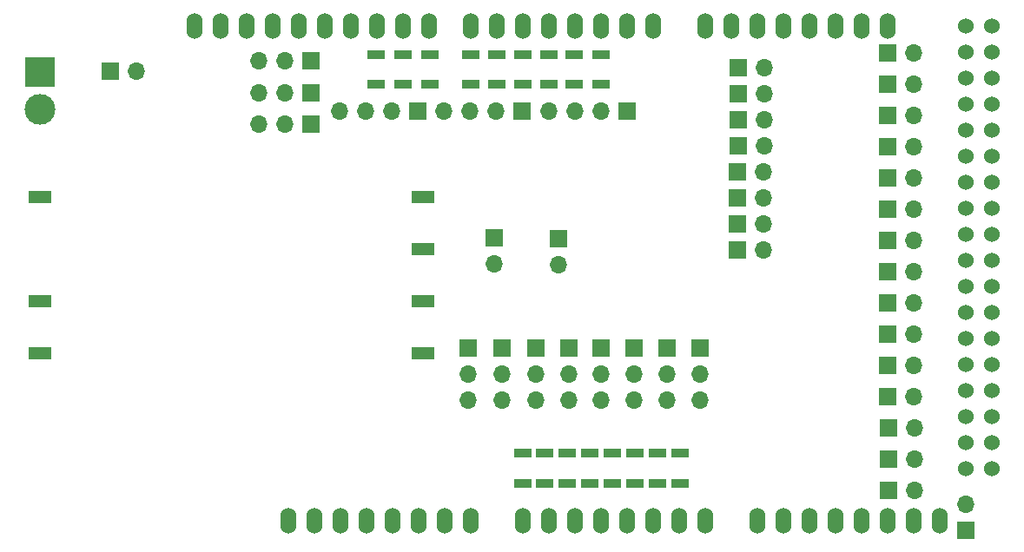
<source format=gbr>
G04 #@! TF.GenerationSoftware,KiCad,Pcbnew,(5.1.0-0)*
G04 #@! TF.CreationDate,2019-04-24T12:09:54-04:00*
G04 #@! TF.ProjectId,TR19-COMP-PD_rev2,54523139-2d43-44f4-9d50-2d50445f7265,rev?*
G04 #@! TF.SameCoordinates,Original*
G04 #@! TF.FileFunction,Soldermask,Top*
G04 #@! TF.FilePolarity,Negative*
%FSLAX46Y46*%
G04 Gerber Fmt 4.6, Leading zero omitted, Abs format (unit mm)*
G04 Created by KiCad (PCBNEW (5.1.0-0)) date 2019-04-24 12:09:54*
%MOMM*%
%LPD*%
G04 APERTURE LIST*
%ADD10R,2.200000X1.200000*%
%ADD11O,1.524000X2.540000*%
%ADD12C,1.524000*%
%ADD13O,1.700000X1.700000*%
%ADD14R,1.700000X1.700000*%
%ADD15C,3.000000*%
%ADD16R,3.000000X3.000000*%
%ADD17R,1.700000X0.900000*%
G04 APERTURE END LIST*
D10*
X127472000Y-92340000D03*
X127472000Y-97420000D03*
X127472000Y-102500000D03*
X127472000Y-87260000D03*
X90134000Y-102500000D03*
X90134000Y-97420000D03*
X90134000Y-87260000D03*
D11*
X155030000Y-70632001D03*
X157570000Y-70632001D03*
X160110000Y-70632001D03*
X162650000Y-70632001D03*
X165190000Y-70632001D03*
X167730000Y-70632001D03*
X170270000Y-70632001D03*
X172810000Y-70632001D03*
X177890000Y-118892001D03*
X175350000Y-118892001D03*
X172810000Y-118892001D03*
X170270000Y-118892001D03*
X160110000Y-118892001D03*
X155030000Y-118892001D03*
X152490000Y-118892001D03*
X162650000Y-118892001D03*
X165190000Y-118892001D03*
X167730000Y-118892001D03*
X149950000Y-118892001D03*
X147410000Y-118892001D03*
X144870000Y-118892001D03*
X137250000Y-118892001D03*
X139790000Y-118892001D03*
X142330000Y-118892001D03*
X132170000Y-118892001D03*
X129630000Y-118892001D03*
X127090000Y-118892001D03*
X122010000Y-118892001D03*
X119470000Y-118892001D03*
X149950000Y-70632001D03*
X147410000Y-70632001D03*
X144870000Y-70632001D03*
X142330000Y-70632001D03*
X139790000Y-70632001D03*
X137250000Y-70632001D03*
X134710000Y-70632001D03*
X132170000Y-70632001D03*
X128106000Y-70632001D03*
X125566000Y-70632001D03*
X123026000Y-70632001D03*
X120486000Y-70632001D03*
X117946000Y-70632001D03*
X115406000Y-70632001D03*
X112866000Y-70632001D03*
X110326000Y-70632001D03*
X124550000Y-118892001D03*
D12*
X180430000Y-73172001D03*
X182970000Y-73172001D03*
X180430000Y-75712001D03*
X182970000Y-75712001D03*
X180430000Y-78252001D03*
X182970000Y-78252001D03*
X180430000Y-80792001D03*
X182970000Y-80792001D03*
X180430000Y-70632001D03*
X182970000Y-70632001D03*
X182970000Y-83332001D03*
X180430000Y-83332001D03*
X180430000Y-85872001D03*
X182970000Y-85872001D03*
X180430000Y-88412001D03*
X182970000Y-88412001D03*
X180430000Y-90952001D03*
X182970000Y-90952001D03*
X180430000Y-93492001D03*
X182970000Y-93492001D03*
X180430000Y-96032001D03*
X182970000Y-96032001D03*
X180430000Y-98572001D03*
X182970000Y-98572001D03*
X180430000Y-101112001D03*
X182970000Y-101112001D03*
X180430000Y-103652001D03*
X182970000Y-103652001D03*
X180430000Y-106192001D03*
X182970000Y-106192001D03*
X180430000Y-108732001D03*
X182970000Y-108732001D03*
X180430000Y-111272001D03*
X182970000Y-111272001D03*
X180430000Y-113812001D03*
X182970000Y-113812001D03*
D11*
X116930000Y-118892001D03*
X114390000Y-118892001D03*
X107786000Y-70632001D03*
X105246000Y-70632001D03*
X172810000Y-70632001D03*
D13*
X99590000Y-75000000D03*
D14*
X97050000Y-75000000D03*
D13*
X134450000Y-93850000D03*
D14*
X134450000Y-91310000D03*
D13*
X140750000Y-93890000D03*
D14*
X140750000Y-91350000D03*
D13*
X111500000Y-80200000D03*
X114040000Y-80200000D03*
D14*
X116580000Y-80200000D03*
X116580000Y-77100000D03*
D13*
X114040000Y-77100000D03*
X111500000Y-77100000D03*
X111520000Y-74000000D03*
X114060000Y-74000000D03*
D14*
X116600000Y-74000000D03*
D15*
X90150000Y-78740000D03*
D16*
X90150000Y-75100000D03*
D13*
X139750000Y-78900000D03*
X142290000Y-78900000D03*
X144830000Y-78900000D03*
D14*
X147370000Y-78900000D03*
X137180000Y-78900000D03*
D13*
X134640000Y-78900000D03*
X132100000Y-78900000D03*
X129560000Y-78900000D03*
X119360000Y-78900000D03*
X121900000Y-78900000D03*
X124440000Y-78900000D03*
D14*
X126980000Y-78900000D03*
D13*
X131900000Y-107100000D03*
X131900000Y-104560000D03*
D14*
X131900000Y-102020000D03*
X135200000Y-102020000D03*
D13*
X135200000Y-104560000D03*
X135200000Y-107100000D03*
X138500000Y-107100000D03*
X138500000Y-104560000D03*
D14*
X138500000Y-102020000D03*
X141700000Y-102020000D03*
D13*
X141700000Y-104560000D03*
X141700000Y-107100000D03*
X175340000Y-73200000D03*
D14*
X172800000Y-73200000D03*
D13*
X175340000Y-76250000D03*
D14*
X172800000Y-76250000D03*
D13*
X175340000Y-79300000D03*
D14*
X172800000Y-79300000D03*
X172800000Y-82350000D03*
D13*
X175340000Y-82350000D03*
D14*
X172800000Y-85400000D03*
D13*
X175340000Y-85400000D03*
X175340000Y-88450000D03*
D14*
X172800000Y-88450000D03*
D13*
X175350000Y-91500000D03*
D14*
X172810000Y-91500000D03*
D13*
X175350000Y-94550000D03*
D14*
X172810000Y-94550000D03*
D13*
X175350000Y-97600000D03*
D14*
X172810000Y-97600000D03*
D13*
X144900000Y-107100000D03*
X144900000Y-104560000D03*
D14*
X144900000Y-102020000D03*
X148100000Y-102000000D03*
D13*
X148100000Y-104540000D03*
X148100000Y-107080000D03*
X151300000Y-107080000D03*
X151300000Y-104540000D03*
D14*
X151300000Y-102000000D03*
X154500000Y-102020000D03*
D13*
X154500000Y-104560000D03*
X154500000Y-107100000D03*
X175350000Y-100650000D03*
D14*
X172810000Y-100650000D03*
X172810000Y-103700000D03*
D13*
X175350000Y-103700000D03*
D14*
X172810000Y-106750000D03*
D13*
X175350000Y-106750000D03*
D14*
X172850000Y-109800000D03*
D13*
X175390000Y-109800000D03*
D14*
X172860000Y-112850000D03*
D13*
X175400000Y-112850000D03*
D14*
X172850000Y-115900000D03*
D13*
X175390000Y-115900000D03*
X180450000Y-117250000D03*
D14*
X180450000Y-119790000D03*
D13*
X160740000Y-74650000D03*
D14*
X158200000Y-74650000D03*
D13*
X160740000Y-77200000D03*
D14*
X158200000Y-77200000D03*
D13*
X160740000Y-79750000D03*
D14*
X158200000Y-79750000D03*
D13*
X160740000Y-82300000D03*
D14*
X158200000Y-82300000D03*
X158150000Y-84850000D03*
D13*
X160690000Y-84850000D03*
D14*
X158150000Y-87400000D03*
D13*
X160690000Y-87400000D03*
D14*
X158150000Y-89950000D03*
D13*
X160690000Y-89950000D03*
D14*
X158150000Y-92500000D03*
D13*
X160690000Y-92500000D03*
D17*
X144850000Y-76300000D03*
X144850000Y-73400000D03*
X142250000Y-73400000D03*
X142250000Y-76300000D03*
X139800000Y-76300000D03*
X139800000Y-73400000D03*
X137200000Y-112300000D03*
X137200000Y-115200000D03*
X141600000Y-112300000D03*
X141600000Y-115200000D03*
X146000000Y-112300000D03*
X146000000Y-115200000D03*
X150400000Y-112300000D03*
X150400000Y-115200000D03*
X137200000Y-76300000D03*
X137200000Y-73400000D03*
X134700000Y-73400000D03*
X134700000Y-76300000D03*
X132200000Y-76300000D03*
X132200000Y-73400000D03*
X139400000Y-112300000D03*
X139400000Y-115200000D03*
X143800000Y-112300000D03*
X143800000Y-115200000D03*
X148200000Y-112300000D03*
X148200000Y-115200000D03*
X152600000Y-112300000D03*
X152600000Y-115200000D03*
X128150000Y-76300000D03*
X128150000Y-73400000D03*
X125550000Y-73400000D03*
X125550000Y-76300000D03*
X122900000Y-76300000D03*
X122900000Y-73400000D03*
M02*

</source>
